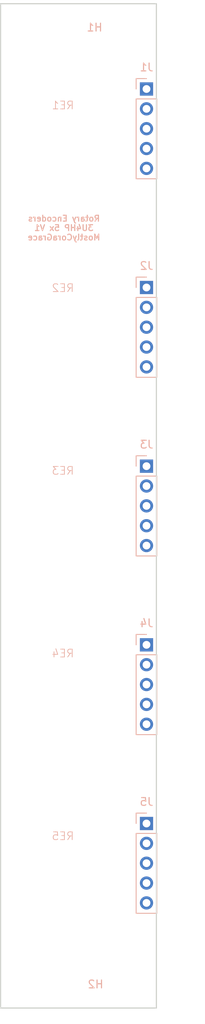
<source format=kicad_pcb>
(kicad_pcb (version 20240108) (generator "pcbnew") (generator_version "8.0")
  (layers (0 "F.Cu" signal) (31 "B.Cu" signal) (34 "B.Paste" user) (35 "F.Paste" user) (36 "B.SilkS" user "B.Silkscreen") (37 "F.SilkS" user "F.Silkscreen") (38 "B.Mask" user) (39 "F.Mask" user) (44 "Edge.Cuts" user))
  (net 0 "")
  (footprint "EXC:Rotary_Encoder_Mount_M7" (layer "B.Cu") (at 8 43.3 180)
    (property "Reference" "RE2" (at 0 4.5 0) (layer "B.SilkS") (effects (font (thickness 0.1)) (justify mirror)))
    (property "Value" "~")
    (pad "" np_thru_hole circle (at 0 0 180) (size 7 7) (drill 7) (layers "F&B.Cu" "*.Mask"))
  )
  (footprint "Connector_PinSocket_2.54mm:PinSocket_1x05_P2.54mm_Vertical" (layer "B.Cu") (at 18.73 107.315 180)
    (property "Reference" "J5" (at 0 2.77 0) (layer "B.SilkS") (effects (justify mirror)))
    (property "Value" "Conn_01x05_Socket")
    (fp_line (start 1.33 1.33) (end 0 1.33) (stroke (width 0.12)) (layer "B.SilkS"))
    (fp_line (start 1.33 0) (end 1.33 1.33) (stroke (width 0.12)) (layer "B.SilkS"))
    (fp_line (start 1.33 -1.27) (end -1.33 -1.27) (stroke (width 0.12)) (layer "B.SilkS"))
    (fp_line (start 1.33 -11.49) (end 1.33 -1.27) (stroke (width 0.12)) (layer "B.SilkS"))
    (fp_line (start 1.33 -11.49) (end -1.33 -11.49) (stroke (width 0.12)) (layer "B.SilkS"))
    (fp_line (start -1.33 -11.49) (end -1.33 -1.27) (stroke (width 0.12)) (layer "B.SilkS"))
    (pad "1" thru_hole rect (at 0 0 180) (size 1.7 1.7) (drill 1) (layers "*.Cu" "*.Mask"))
    (pad "2" thru_hole oval (at 0 -2.54 180) (size 1.7 1.7) (drill 1) (layers "*.Cu" "*.Mask"))
    (pad "3" thru_hole oval (at 0 -5.08 180) (size 1.7 1.7) (drill 1) (layers "*.Cu" "*.Mask"))
    (pad "4" thru_hole oval (at 0 -7.62 180) (size 1.7 1.7) (drill 1) (layers "*.Cu" "*.Mask"))
    (pad "5" thru_hole oval (at 0 -10.16 180) (size 1.7 1.7) (drill 1) (layers "*.Cu" "*.Mask"))
  )
  (footprint "MountingHole:MountingHole_3.2mm_M3" (layer "B.Cu") (at 7.6192 5.425 180)
    (property "Reference" "H1" (at -4.4442 -0.036 0) (layer "B.SilkS") (effects (justify mirror)))
    (property "Value" "MountingHole")
    (pad "" np_thru_hole oval (at 0 0 180) (size 4.8 3.2) (drill oval 4.8 3.2) (layers "F&B.Cu" "*.Mask"))
  )
  (footprint "Connector_PinSocket_2.54mm:PinSocket_1x05_P2.54mm_Vertical" (layer "B.Cu") (at 18.73 61.595 180)
    (property "Reference" "J3" (at 0 2.77 0) (layer "B.SilkS") (effects (justify mirror)))
    (property "Value" "Conn_01x05_Socket")
    (fp_line (start 1.33 1.33) (end 0 1.33) (stroke (width 0.12)) (layer "B.SilkS"))
    (fp_line (start 1.33 0) (end 1.33 1.33) (stroke (width 0.12)) (layer "B.SilkS"))
    (fp_line (start 1.33 -1.27) (end -1.33 -1.27) (stroke (width 0.12)) (layer "B.SilkS"))
    (fp_line (start 1.33 -11.49) (end 1.33 -1.27) (stroke (width 0.12)) (layer "B.SilkS"))
    (fp_line (start 1.33 -11.49) (end -1.33 -11.49) (stroke (width 0.12)) (layer "B.SilkS"))
    (fp_line (start -1.33 -11.49) (end -1.33 -1.27) (stroke (width 0.12)) (layer "B.SilkS"))
    (pad "1" thru_hole rect (at 0 0 180) (size 1.7 1.7) (drill 1) (layers "*.Cu" "*.Mask"))
    (pad "2" thru_hole oval (at 0 -2.54 180) (size 1.7 1.7) (drill 1) (layers "*.Cu" "*.Mask"))
    (pad "3" thru_hole oval (at 0 -5.08 180) (size 1.7 1.7) (drill 1) (layers "*.Cu" "*.Mask"))
    (pad "4" thru_hole oval (at 0 -7.62 180) (size 1.7 1.7) (drill 1) (layers "*.Cu" "*.Mask"))
    (pad "5" thru_hole oval (at 0 -10.16 180) (size 1.7 1.7) (drill 1) (layers "*.Cu" "*.Mask"))
  )
  (footprint "MountingHole:MountingHole_3.2mm_M3" (layer "B.Cu") (at 7.61962 127.925 180)
    (property "Reference" "H2" (at -4.57162 0.036 0) (layer "B.SilkS") (effects (justify mirror)))
    (property "Value" "MountingHole")
    (pad "" np_thru_hole oval (at 0 0 180) (size 4.8 3.2) (drill oval 4.8 3.2) (layers "F&B.Cu" "*.Mask"))
  )
  (footprint "EXC:Rotary_Encoder_Mount_M7" (layer "B.Cu") (at 8 113.425 180)
    (property "Reference" "RE5" (at 0 4.5 0) (layer "B.SilkS") (effects (font (thickness 0.1)) (justify mirror)))
    (property "Value" "~")
    (pad "" np_thru_hole circle (at 0 0 180) (size 7 7) (drill 7) (layers "F&B.Cu" "*.Mask"))
  )
  (footprint "Connector_PinSocket_2.54mm:PinSocket_1x05_P2.54mm_Vertical" (layer "B.Cu") (at 18.73 13.335 180)
    (property "Reference" "J1" (at 0 2.77 0) (layer "B.SilkS") (effects (justify mirror)))
    (property "Value" "Conn_01x05_Socket")
    (fp_line (start 1.33 1.33) (end 0 1.33) (stroke (width 0.12)) (layer "B.SilkS"))
    (fp_line (start 1.33 0) (end 1.33 1.33) (stroke (width 0.12)) (layer "B.SilkS"))
    (fp_line (start 1.33 -1.27) (end -1.33 -1.27) (stroke (width 0.12)) (layer "B.SilkS"))
    (fp_line (start 1.33 -11.49) (end 1.33 -1.27) (stroke (width 0.12)) (layer "B.SilkS"))
    (fp_line (start 1.33 -11.49) (end -1.33 -11.49) (stroke (width 0.12)) (layer "B.SilkS"))
    (fp_line (start -1.33 -11.49) (end -1.33 -1.27) (stroke (width 0.12)) (layer "B.SilkS"))
    (pad "1" thru_hole rect (at 0 0 180) (size 1.7 1.7) (drill 1) (layers "*.Cu" "*.Mask"))
    (pad "2" thru_hole oval (at 0 -2.54 180) (size 1.7 1.7) (drill 1) (layers "*.Cu" "*.Mask"))
    (pad "3" thru_hole oval (at 0 -5.08 180) (size 1.7 1.7) (drill 1) (layers "*.Cu" "*.Mask"))
    (pad "4" thru_hole oval (at 0 -7.62 180) (size 1.7 1.7) (drill 1) (layers "*.Cu" "*.Mask"))
    (pad "5" thru_hole oval (at 0 -10.16 180) (size 1.7 1.7) (drill 1) (layers "*.Cu" "*.Mask"))
  )
  (footprint "EXC:Rotary_Encoder_Mount_M7" (layer "B.Cu") (at 8 90.05 180)
    (property "Reference" "RE4" (at 0 4.5 0) (layer "B.SilkS") (effects (font (thickness 0.1)) (justify mirror)))
    (property "Value" "~")
    (pad "" np_thru_hole circle (at 0 0 180) (size 7 7) (drill 7) (layers "F&B.Cu" "*.Mask"))
  )
  (footprint "EXC:Rotary_Encoder_Mount_M7" (layer "B.Cu") (at 8 19.925 180)
    (property "Reference" "RE1" (at 0 4.5 0) (layer "B.SilkS") (effects (font (thickness 0.1)) (justify mirror)))
    (property "Value" "~")
    (pad "" np_thru_hole circle (at 0 0 180) (size 7 7) (drill 7) (layers "F&B.Cu" "*.Mask"))
  )
  (footprint "EXC:Rotary_Encoder_Mount_M7" (layer "B.Cu") (at 8 66.675 180)
    (property "Reference" "RE3" (at 0 4.5 0) (layer "B.SilkS") (effects (font (thickness 0.1)) (justify mirror)))
    (property "Value" "~")
    (pad "" np_thru_hole circle (at 0 0 180) (size 7 7) (drill 7) (layers "F&B.Cu" "*.Mask"))
  )
  (footprint "Connector_PinSocket_2.54mm:PinSocket_1x05_P2.54mm_Vertical" (layer "B.Cu") (at 18.73 84.455 180)
    (property "Reference" "J4" (at 0 2.77 0) (layer "B.SilkS") (effects (justify mirror)))
    (property "Value" "Conn_01x05_Socket")
    (fp_line (start 1.33 1.33) (end 0 1.33) (stroke (width 0.12)) (layer "B.SilkS"))
    (fp_line (start 1.33 0) (end 1.33 1.33) (stroke (width 0.12)) (layer "B.SilkS"))
    (fp_line (start 1.33 -1.27) (end -1.33 -1.27) (stroke (width 0.12)) (layer "B.SilkS"))
    (fp_line (start 1.33 -11.49) (end 1.33 -1.27) (stroke (width 0.12)) (layer "B.SilkS"))
    (fp_line (start 1.33 -11.49) (end -1.33 -11.49) (stroke (width 0.12)) (layer "B.SilkS"))
    (fp_line (start -1.33 -11.49) (end -1.33 -1.27) (stroke (width 0.12)) (layer "B.SilkS"))
    (pad "1" thru_hole rect (at 0 0 180) (size 1.7 1.7) (drill 1) (layers "*.Cu" "*.Mask"))
    (pad "2" thru_hole oval (at 0 -2.54 180) (size 1.7 1.7) (drill 1) (layers "*.Cu" "*.Mask"))
    (pad "3" thru_hole oval (at 0 -5.08 180) (size 1.7 1.7) (drill 1) (layers "*.Cu" "*.Mask"))
    (pad "4" thru_hole oval (at 0 -7.62 180) (size 1.7 1.7) (drill 1) (layers "*.Cu" "*.Mask"))
    (pad "5" thru_hole oval (at 0 -10.16 180) (size 1.7 1.7) (drill 1) (layers "*.Cu" "*.Mask"))
  )
  (footprint "Connector_PinSocket_2.54mm:PinSocket_1x05_P2.54mm_Vertical" (layer "B.Cu") (at 18.73 38.735 180)
    (property "Reference" "J2" (at 0 2.77 0) (layer "B.SilkS") (effects (justify mirror)))
    (property "Value" "Conn_01x05_Socket")
    (fp_line (start 1.33 1.33) (end 0 1.33) (stroke (width 0.12)) (layer "B.SilkS"))
    (fp_line (start 1.33 0) (end 1.33 1.33) (stroke (width 0.12)) (layer "B.SilkS"))
    (fp_line (start 1.33 -1.27) (end -1.33 -1.27) (stroke (width 0.12)) (layer "B.SilkS"))
    (fp_line (start 1.33 -11.49) (end 1.33 -1.27) (stroke (width 0.12)) (layer "B.SilkS"))
    (fp_line (start 1.33 -11.49) (end -1.33 -11.49) (stroke (width 0.12)) (layer "B.SilkS"))
    (fp_line (start -1.33 -11.49) (end -1.33 -1.27) (stroke (width 0.12)) (layer "B.SilkS"))
    (pad "1" thru_hole rect (at 0 0 180) (size 1.7 1.7) (drill 1) (layers "*.Cu" "*.Mask"))
    (pad "2" thru_hole oval (at 0 -2.54 180) (size 1.7 1.7) (drill 1) (layers "*.Cu" "*.Mask"))
    (pad "3" thru_hole oval (at 0 -5.08 180) (size 1.7 1.7) (drill 1) (layers "*.Cu" "*.Mask"))
    (pad "4" thru_hole oval (at 0 -7.62 180) (size 1.7 1.7) (drill 1) (layers "*.Cu" "*.Mask"))
    (pad "5" thru_hole oval (at 0 -10.16 180) (size 1.7 1.7) (drill 1) (layers "*.Cu" "*.Mask"))
  )
  (gr_rect (start 0 2.425) (end 20 130.925) (stroke (width 0.15)) (fill none) (layer "Edge.Cuts"))
  (gr_text "Rotary Encoders\n3U4HP 5x V1\nMostlyCoraGrace" (at 8.128 29.464 0) (layer "B.SilkS") (effects (font (size 0.75 0.75) (thickness 0.15) (bold yes)) (justify top mirror)))
)
</source>
